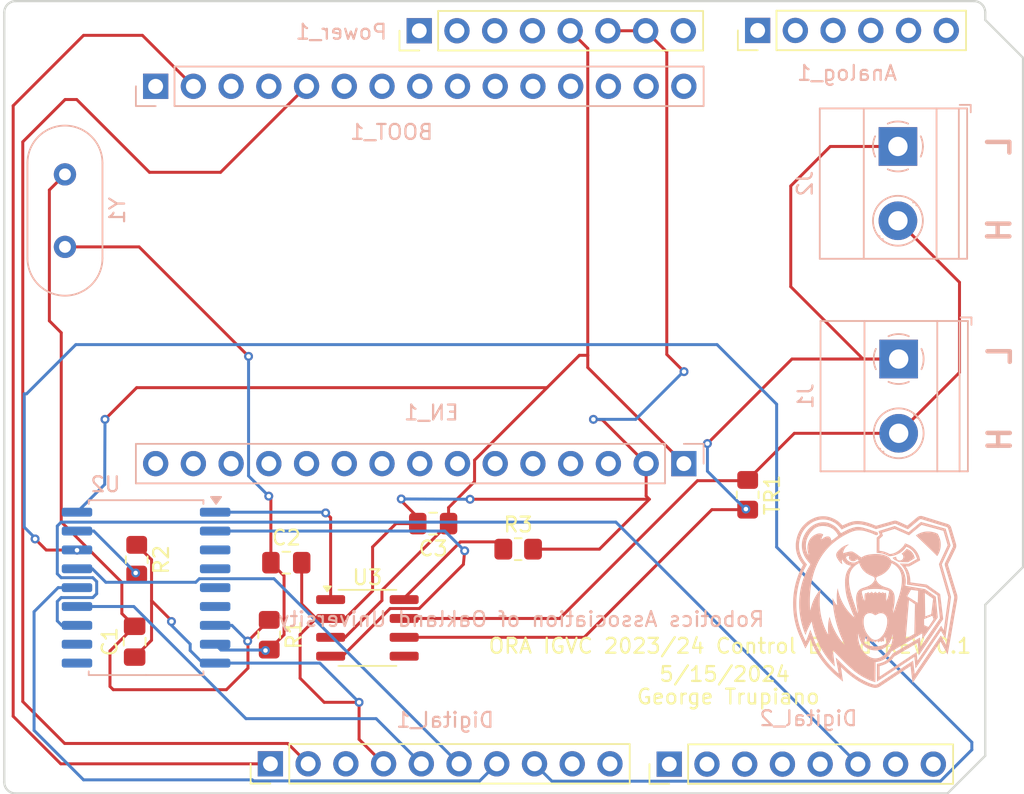
<source format=kicad_pcb>
(kicad_pcb (version 20240108) (generator "pcbnew") (generator_version "8.0")
  (layers (0 "F.Cu" signal) (31 "B.Cu" signal) (34 "B.Paste" user) (35 "F.Paste" user) (36 "B.SilkS" user "B.Silkscreen") (37 "F.SilkS" user "F.Silkscreen") (38 "B.Mask" user) (39 "F.Mask" user) (44 "Edge.Cuts" user))
  (net 0 "")
  (net 8 "Net-(U2-OSC2)")
  (net 9 "Net-(U2-OSC1)")
  (net 10 "+5V")
  (net 11 "SO")
  (net 12 "SDA")
  (net 13 "SCL")
  (net 16 "GND")
  (net 19 "SI")
  (net 29 "SCK")
  (net 30 "CS")
  (net 57 "INT")
  (net 58 "CAN_H")
  (net 59 "CAN_L")
  (net 60 "Net-(U2-~{RESET})")
  (net 61 "Net-(U3-Rs)")
  (net 64 "Net-(U2-RXCAN)")
  (net 68 "Net-(U2-TXCAN)")
  (footprint "Resistor_SMD:R_0805_2012Metric_Pad1.20x1.40mm_HandSolder" (layer "F.Cu") (at 41.615 65.98 -90)
    (property "Reference" "R1" (at 0 -1.65 90) (layer "F.SilkS"))
    (property "Value" "1M")
    (pad "1" smd roundrect (at -1 0 270) (size 1.2 1.4) (layers "F.Cu" "F.Paste" "F.Mask") (roundrect_rratio 0.208333) (net 8 "Net-(U2-OSC2)"))
    (pad "2" smd roundrect (at 1 0 270) (size 1.2 1.4) (layers "F.Cu" "F.Paste" "F.Mask") (roundrect_rratio 0.208333) (net 9 "Net-(U2-OSC1)"))
  )
  (footprint "Resistor_SMD:R_0805_2012Metric_Pad1.20x1.40mm_HandSolder" (layer "F.Cu") (at 73.825 56.56 -90)
    (property "Reference" "TR1" (at 0 -1.65 90) (layer "F.SilkS"))
    (property "Value" "120")
    (pad "1" smd roundrect (at -1 0 270) (size 1.2 1.4) (layers "F.Cu" "F.Paste" "F.Mask") (roundrect_rratio 0.208333) (net 58 "CAN_H"))
    (pad "2" smd roundrect (at 1 0 270) (size 1.2 1.4) (layers "F.Cu" "F.Paste" "F.Mask") (roundrect_rratio 0.208333) (net 59 "CAN_L"))
  )
  (footprint "Capacitor_SMD:C_0805_2012Metric_Pad1.18x1.45mm_HandSolder" (layer "F.Cu") (at 42.765 61.13)
    (property "Reference" "C2" (at 0 -1.68 0) (layer "F.SilkS"))
    (property "Value" "22uF")
    (pad "1" smd roundrect (at -1.0375 0) (size 1.175 1.45) (layers "F.Cu" "F.Paste" "F.Mask") (roundrect_rratio 0.212766) (net 9 "Net-(U2-OSC1)"))
    (pad "2" smd roundrect (at 1.0375 0) (size 1.175 1.45) (layers "F.Cu" "F.Paste" "F.Mask") (roundrect_rratio 0.212766) (net 16 "GND"))
  )
  (footprint "Connector_PinHeader_2.54mm:PinHeader_1x10_P2.54mm_Vertical" (layer "F.Cu") (at 41.695 74.67 90)
    (property "Reference" "Digital_1" (at 2.95 11.76 0) (layer "B.SilkS") (effects (justify mirror)))
    (property "Value" "Conn_01x10" (hide yes))
    (pad "1" thru_hole rect (at 0 0 90) (size 1.7 1.7) (drill 1) (layers "*.Cu" "*.Mask") (net 13 "SCL"))
    (pad "2" thru_hole oval (at 0 2.54 90) (size 1.7 1.7) (drill 1) (layers "*.Cu" "*.Mask") (net 12 "SDA"))
    (pad "3" thru_hole oval (at 0 5.08 90) (size 1.7 1.7) (drill 1) (layers "*.Cu" "*.Mask"))
    (pad "4" thru_hole oval (at 0 7.62 90) (size 1.7 1.7) (drill 1) (layers "*.Cu" "*.Mask") (net 16 "GND"))
    (pad "5" thru_hole oval (at 0 10.16 90) (size 1.7 1.7) (drill 1) (layers "*.Cu" "*.Mask") (net 29 "SCK"))
    (pad "6" thru_hole oval (at 0 12.7 90) (size 1.7 1.7) (drill 1) (layers "*.Cu" "*.Mask") (net 11 "SO"))
    (pad "7" thru_hole oval (at 0 15.24 90) (size 1.7 1.7) (drill 1) (layers "*.Cu" "*.Mask") (net 19 "SI"))
    (pad "8" thru_hole oval (at 0 17.78 90) (size 1.7 1.7) (drill 1) (layers "*.Cu" "*.Mask") (net 30 "CS"))
    (pad "9" thru_hole oval (at 0 20.32 90) (size 1.7 1.7) (drill 1) (layers "*.Cu" "*.Mask"))
    (pad "10" thru_hole oval (at 0 22.86 90) (size 1.7 1.7) (drill 1) (layers "*.Cu" "*.Mask"))
  )
  (footprint "Capacitor_SMD:C_0805_2012Metric_Pad1.18x1.45mm_HandSolder" (layer "F.Cu") (at 32.555 66.45 90)
    (property "Reference" "C1" (at 0 -1.68 -90) (layer "F.SilkS"))
    (property "Value" "22uF")
    (pad "1" smd roundrect (at -1.0375 0 90) (size 1.175 1.45) (layers "F.Cu" "F.Paste" "F.Mask") (roundrect_rratio 0.212766) (net 16 "GND"))
    (pad "2" smd roundrect (at 1.0375 0 90) (size 1.175 1.45) (layers "F.Cu" "F.Paste" "F.Mask") (roundrect_rratio 0.212766) (net 8 "Net-(U2-OSC2)"))
  )
  (footprint "Connector_PinHeader_2.54mm:PinHeader_1x08_P2.54mm_Vertical" (layer "F.Cu") (at 51.715 25.32 90)
    (property "Reference" "Power_1" (at -0.08 -5.245 180) (layer "B.SilkS") (effects (justify mirror)))
    (property "Value" "Conn_01x08" (hide yes))
    (pad "1" thru_hole rect (at 0 0 90) (size 1.7 1.7) (drill 1) (layers "*.Cu" "*.Mask"))
    (pad "2" thru_hole oval (at 0 2.54 90) (size 1.7 1.7) (drill 1) (layers "*.Cu" "*.Mask"))
    (pad "3" thru_hole oval (at 0 5.08 90) (size 1.7 1.7) (drill 1) (layers "*.Cu" "*.Mask"))
    (pad "4" thru_hole oval (at 0 7.62 90) (size 1.7 1.7) (drill 1) (layers "*.Cu" "*.Mask"))
    (pad "5" thru_hole oval (at 0 10.16 90) (size 1.7 1.7) (drill 1) (layers "*.Cu" "*.Mask") (net 10 "+5V"))
    (pad "6" thru_hole oval (at 0 12.7 90) (size 1.7 1.7) (drill 1) (layers "*.Cu" "*.Mask") (net 16 "GND"))
    (pad "7" thru_hole oval (at 0 15.24 90) (size 1.7 1.7) (drill 1) (layers "*.Cu" "*.Mask") (net 16 "GND"))
    (pad "8" thru_hole oval (at 0 17.78 90) (size 1.7 1.7) (drill 1) (layers "*.Cu" "*.Mask"))
  )
  (footprint "Resistor_SMD:R_0805_2012Metric_Pad1.20x1.40mm_HandSolder" (layer "F.Cu") (at 58.375 60.22)
    (property "Reference" "R3" (at 0 -1.65 0) (layer "F.SilkS"))
    (property "Value" "10k")
    (pad "1" smd roundrect (at -1 0) (size 1.2 1.4) (layers "F.Cu" "F.Paste" "F.Mask") (roundrect_rratio 0.208333) (net 61 "Net-(U3-Rs)"))
    (pad "2" smd roundrect (at 1 0) (size 1.2 1.4) (layers "F.Cu" "F.Paste" "F.Mask") (roundrect_rratio 0.208333) (net 16 "GND"))
  )
  (footprint "Connector_PinHeader_2.54mm:PinHeader_1x06_P2.54mm_Vertical" (layer "F.Cu") (at 74.495 25.3 90)
    (property "Reference" "Analog_1" (at -2.87 6.02 0) (layer "B.SilkS") (effects (justify mirror)))
    (property "Value" "Conn_01x06" (hide yes))
    (pad "1" thru_hole rect (at 0 0 90) (size 1.7 1.7) (drill 1) (layers "*.Cu" "*.Mask"))
    (pad "2" thru_hole oval (at 0 2.54 90) (size 1.7 1.7) (drill 1) (layers "*.Cu" "*.Mask"))
    (pad "3" thru_hole oval (at 0 5.08 90) (size 1.7 1.7) (drill 1) (layers "*.Cu" "*.Mask"))
    (pad "4" thru_hole oval (at 0 7.62 90) (size 1.7 1.7) (drill 1) (layers "*.Cu" "*.Mask"))
    (pad "5" thru_hole oval (at 0 10.16 90) (size 1.7 1.7) (drill 1) (layers "*.Cu" "*.Mask"))
    (pad "6" thru_hole oval (at 0 12.7 90) (size 1.7 1.7) (drill 1) (layers "*.Cu" "*.Mask"))
  )
  (footprint "Capacitor_SMD:C_0805_2012Metric_Pad1.18x1.45mm_HandSolder" (layer "F.Cu") (at 52.6525 58.5 180)
    (property "Reference" "C3" (at 0 -1.68 180) (layer "F.SilkS"))
    (property "Value" "100nF")
    (pad "1" smd roundrect (at -1.0375 0 180) (size 1.175 1.45) (layers "F.Cu" "F.Paste" "F.Mask") (roundrect_rratio 0.212766) (net 10 "+5V"))
    (pad "2" smd roundrect (at 1.0375 0 180) (size 1.175 1.45) (layers "F.Cu" "F.Paste" "F.Mask") (roundrect_rratio 0.212766) (net 16 "GND"))
  )
  (footprint "Connector_PinHeader_2.54mm:PinHeader_1x08_P2.54mm_Vertical" (layer "F.Cu") (at 68.545 74.69 90)
    (property "Reference" "Digital_2" (at 3.08 9.37 0) (layer "B.SilkS") (effects (justify mirror)))
    (property "Value" "Conn_01x08" (hide yes))
    (pad "1" thru_hole rect (at 0 0 90) (size 1.7 1.7) (drill 1) (layers "*.Cu" "*.Mask"))
    (pad "2" thru_hole oval (at 0 2.54 90) (size 1.7 1.7) (drill 1) (layers "*.Cu" "*.Mask"))
    (pad "3" thru_hole oval (at 0 5.08 90) (size 1.7 1.7) (drill 1) (layers "*.Cu" "*.Mask"))
    (pad "4" thru_hole oval (at 0 7.62 90) (size 1.7 1.7) (drill 1) (layers "*.Cu" "*.Mask"))
    (pad "5" thru_hole oval (at 0 10.16 90) (size 1.7 1.7) (drill 1) (layers "*.Cu" "*.Mask"))
    (pad "6" thru_hole oval (at 0 12.7 90) (size 1.7 1.7) (drill 1) (layers "*.Cu" "*.Mask") (net 57 "INT"))
    (pad "7" thru_hole oval (at 0 15.24 90) (size 1.7 1.7) (drill 1) (layers "*.Cu" "*.Mask"))
    (pad "8" thru_hole oval (at 0 17.78 90) (size 1.7 1.7) (drill 1) (layers "*.Cu" "*.Mask"))
  )
  (footprint "Package_SO:SOIC-8_3.9x4.9mm_P1.27mm" (layer "F.Cu") (at 48.225 65.52)
    (property "Reference" "U3" (at 0 -3.4 0) (layer "F.SilkS"))
    (property "Value" "MCP2551-I-SN")
    (pad "1" smd roundrect (at -2.475 -1.905) (size 1.95 0.6) (layers "F.Cu" "F.Paste" "F.Mask") (net 68 "Net-(U2-TXCAN)"))
    (pad "2" smd roundrect (at -2.475 -0.635) (size 1.95 0.6) (layers "F.Cu" "F.Paste" "F.Mask") (net 16 "GND"))
    (pad "3" smd roundrect (at -2.475 0.635) (size 1.95 0.6) (layers "F.Cu" "F.Paste" "F.Mask") (net 10 "+5V"))
    (pad "4" smd roundrect (at -2.475 1.905) (size 1.95 0.6) (layers "F.Cu" "F.Paste" "F.Mask") (net 64 "Net-(U2-RXCAN)"))
    (pad "5" smd roundrect (at 2.475 1.905) (size 1.95 0.6) (layers "F.Cu" "F.Paste" "F.Mask"))
    (pad "6" smd roundrect (at 2.475 0.635) (size 1.95 0.6) (layers "F.Cu" "F.Paste" "F.Mask") (net 59 "CAN_L"))
    (pad "7" smd roundrect (at 2.475 -0.635) (size 1.95 0.6) (layers "F.Cu" "F.Paste" "F.Mask") (net 58 "CAN_H"))
    (pad "8" smd roundrect (at 2.475 -1.905) (size 1.95 0.6) (layers "F.Cu" "F.Paste" "F.Mask") (net 61 "Net-(U3-Rs)"))
  )
  (footprint "Resistor_SMD:R_0805_2012Metric_Pad1.20x1.40mm_HandSolder" (layer "F.Cu") (at 32.695 60.93 -90)
    (property "Reference" "R2" (at 0 -1.65 90) (layer "F.SilkS"))
    (property "Value" "10k")
    (pad "1" smd roundrect (at -1 0 270) (size 1.2 1.4) (layers "F.Cu" "F.Paste" "F.Mask") (roundrect_rratio 0.208333) (net 16 "GND"))
    (pad "2" smd roundrect (at 1 0 270) (size 1.2 1.4) (layers "F.Cu" "F.Paste" "F.Mask") (roundrect_rratio 0.208333) (net 60 "Net-(U2-~{RESET})"))
  )
  (footprint "Package_SO:SOIC-18W_7.5x11.6mm_P1.27mm" (layer "B.Cu") (at 33.325 62.81 180)
    (property "Reference" "U2" (at 2.735 6.95 180) (layer "B.SilkS") (effects (justify mirror)))
    (property "Value" "MCP2515-xSO")
    (pad "1" smd roundrect (at -4.65 5.08 180) (size 2.05 0.6) (layers "B.Cu" "B.Paste" "B.Mask") (net 68 "Net-(U2-TXCAN)"))
    (pad "2" smd roundrect (at -4.65 3.81 180) (size 2.05 0.6) (layers "B.Cu" "B.Paste" "B.Mask") (net 64 "Net-(U2-RXCAN)"))
    (pad "3" smd roundrect (at -4.65 2.54 180) (size 2.05 0.6) (layers "B.Cu" "B.Paste" "B.Mask"))
    (pad "4" smd roundrect (at -4.65 1.27 180) (size 2.05 0.6) (layers "B.Cu" "B.Paste" "B.Mask"))
    (pad "5" smd roundrect (at -4.65 0 180) (size 2.05 0.6) (layers "B.Cu" "B.Paste" "B.Mask"))
    (pad "6" smd roundrect (at -4.65 -1.27 180) (size 2.05 0.6) (layers "B.Cu" "B.Paste" "B.Mask"))
    (pad "7" smd roundrect (at -4.65 -2.54 180) (size 2.05 0.6) (layers "B.Cu" "B.Paste" "B.Mask") (net 8 "Net-(U2-OSC2)"))
    (pad "8" smd roundrect (at -4.65 -3.81 180) (size 2.05 0.6) (layers "B.Cu" "B.Paste" "B.Mask") (net 9 "Net-(U2-OSC1)"))
    (pad "9" smd roundrect (at -4.65 -5.08 180) (size 2.05 0.6) (layers "B.Cu" "B.Paste" "B.Mask") (net 16 "GND"))
    (pad "10" smd roundrect (at 4.65 -5.08 180) (size 2.05 0.6) (layers "B.Cu" "B.Paste" "B.Mask"))
    (pad "11" smd roundrect (at 4.65 -3.81 180) (size 2.05 0.6) (layers "B.Cu" "B.Paste" "B.Mask"))
    (pad "12" smd roundrect (at 4.65 -2.54 180) (size 2.05 0.6) (layers "B.Cu" "B.Paste" "B.Mask") (net 57 "INT"))
    (pad "13" smd roundrect (at 4.65 -1.27 180) (size 2.05 0.6) (layers "B.Cu" "B.Paste" "B.Mask") (net 29 "SCK"))
    (pad "14" smd roundrect (at 4.65 0 180) (size 2.05 0.6) (layers "B.Cu" "B.Paste" "B.Mask") (net 19 "SI"))
    (pad "15" smd roundrect (at 4.65 1.27 180) (size 2.05 0.6) (layers "B.Cu" "B.Paste" "B.Mask") (net 11 "SO"))
    (pad "16" smd roundrect (at 4.65 2.54 180) (size 2.05 0.6) (layers "B.Cu" "B.Paste" "B.Mask") (net 30 "CS"))
    (pad "17" smd roundrect (at 4.65 3.81 180) (size 2.05 0.6) (layers "B.Cu" "B.Paste" "B.Mask") (net 60 "Net-(U2-~{RESET})"))
    (pad "18" smd roundrect (at 4.65 5.08 180) (size 2.05 0.6) (layers "B.Cu" "B.Paste" "B.Mask") (net 10 "+5V"))
  )
  (footprint "AdditionalParts:ORA_Logo_V2" (layer "B.Cu") (at 82.426806 63.828892 180)
    (property "Reference" "G***" (hide yes))
    (property "Value" "LOGO" (hide yes))
  )
  (footprint "Connector_PinSocket_2.54mm:PinSocket_1x15_P2.54mm_Vertical" (layer "B.Cu") (at 69.53 54.46 90)
    (property "Reference" "EN_1" (at 3.43 -17 0) (layer "B.SilkS") (effects (justify mirror)))
    (property "Value" "Conn_01x15" (hide yes))
    (pad "1" thru_hole rect (at 0 0 90) (size 1.7 1.7) (drill 1) (layers "*.Cu" "*.Mask") (net 10 "+5V"))
    (pad "2" thru_hole oval (at 0 -2.54 90) (size 1.7 1.7) (drill 1) (layers "*.Cu" "*.Mask") (net 16 "GND"))
    (pad "3" thru_hole oval (at 0 -5.08 90) (size 1.7 1.7) (drill 1) (layers "*.Cu" "*.Mask"))
    (pad "4" thru_hole oval (at 0 -7.62 90) (size 1.7 1.7) (drill 1) (layers "*.Cu" "*.Mask"))
    (pad "5" thru_hole oval (at 0 -10.16 90) (size 1.7 1.7) (drill 1) (layers "*.Cu" "*.Mask"))
    (pad "6" thru_hole oval (at 0 -12.7 90) (size 1.7 1.7) (drill 1) (layers "*.Cu" "*.Mask"))
    (pad "7" thru_hole oval (at 0 -15.24 90) (size 1.7 1.7) (drill 1) (layers "*.Cu" "*.Mask"))
    (pad "8" thru_hole oval (at 0 -17.78 90) (size 1.7 1.7) (drill 1) (layers "*.Cu" "*.Mask"))
    (pad "9" thru_hole oval (at 0 -20.32 90) (size 1.7 1.7) (drill 1) (layers "*.Cu" "*.Mask"))
    (pad "10" thru_hole oval (at 0 -22.86 90) (size 1.7 1.7) (drill 1) (layers "*.Cu" "*.Mask"))
    (pad "11" thru_hole oval (at 0 -25.4 90) (size 1.7 1.7) (drill 1) (layers "*.Cu" "*.Mask"))
    (pad "12" thru_hole oval (at 0 -27.94 90) (size 1.7 1.7) (drill 1) (layers "*.Cu" "*.Mask"))
    (pad "13" thru_hole oval (at 0 -30.48 90) (size 1.7 1.7) (drill 1) (layers "*.Cu" "*.Mask"))
    (pad "14" thru_hole oval (at 0 -33.02 90) (size 1.7 1.7) (drill 1) (layers "*.Cu" "*.Mask"))
    (pad "15" thru_hole oval (at 0 -35.56 90) (size 1.7 1.7) (drill 1) (layers "*.Cu" "*.Mask"))
  )
  (footprint "TerminalBlock_Phoenix:TerminalBlock_Phoenix_MKDS-1,5-2_1x02_P5.00mm_Horizontal" (layer "B.Cu") (at 83.99 47.42 -90)
    (property "Reference" "J1" (at 2.5 6.26 90) (layer "B.SilkS") (effects (justify mirror)))
    (property "Value" "CAN")
    (pad "1" thru_hole rect (at 0 0 270) (size 2.6 2.6) (drill 1.3) (layers "*.Cu" "*.Mask") (net 59 "CAN_L"))
    (pad "2" thru_hole circle (at 5 0 270) (size 2.6 2.6) (drill 1.3) (layers "*.Cu" "*.Mask") (net 58 "CAN_H"))
  )
  (footprint "TerminalBlock_Phoenix:TerminalBlock_Phoenix_MKDS-1,5-2_1x02_P5.00mm_Horizontal" (layer "B.Cu") (at 83.94 33.11 -90)
    (property "Reference" "J2" (at 2.5 6.26 90) (layer "B.SilkS") (effects (justify mirror)))
    (property "Value" "CAN")
    (pad "1" thru_hole rect (at 0 0 270) (size 2.6 2.6) (drill 1.3) (layers "*.Cu" "*.Mask") (net 59 "CAN_L"))
    (pad "2" thru_hole circle (at 5 0 270) (size 2.6 2.6) (drill 1.3) (layers "*.Cu" "*.Mask") (net 58 "CAN_H"))
  )
  (footprint "Connector_PinSocket_2.54mm:PinSocket_1x15_P2.54mm_Vertical" (layer "B.Cu") (at 33.97 29.06 -90)
    (property "Reference" "BOOT_1" (at 3.08 -15.885 180) (layer "B.SilkS") (effects (justify mirror)))
    (property "Value" "Conn_01x15" (hide yes))
    (pad "1" thru_hole rect (at 0 0 270) (size 1.7 1.7) (drill 1) (layers "*.Cu" "*.Mask"))
    (pad "2" thru_hole oval (at 0 -2.54 270) (size 1.7 1.7) (drill 1) (layers "*.Cu" "*.Mask") (net 13 "SCL"))
    (pad "3" thru_hole oval (at 0 -5.08 270) (size 1.7 1.7) (drill 1) (layers "*.Cu" "*.Mask"))
    (pad "4" thru_hole oval (at 0 -7.62 270) (size 1.7 1.7) (drill 1) (layers "*.Cu" "*.Mask"))
    (pad "5" thru_hole oval (at 0 -10.16 270) (size 1.7 1.7) (drill 1) (layers "*.Cu" "*.Mask") (net 12 "SDA"))
    (pad "6" thru_hole oval (at 0 -12.7 270) (size 1.7 1.7) (drill 1) (layers "*.Cu" "*.Mask"))
    (pad "7" thru_hole oval (at 0 -15.24 270) (size 1.7 1.7) (drill 1) (layers "*.Cu" "*.Mask"))
    (pad "8" thru_hole oval (at 0 -17.78 270) (size 1.7 1.7) (drill 1) (layers "*.Cu" "*.Mask"))
    (pad "9" thru_hole oval (at 0 -20.32 270) (size 1.7 1.7) (drill 1) (layers "*.Cu" "*.Mask"))
    (pad "10" thru_hole oval (at 0 -22.86 270) (size 1.7 1.7) (drill 1) (layers "*.Cu" "*.Mask"))
    (pad "11" thru_hole oval (at 0 -25.4 270) (size 1.7 1.7) (drill 1) (layers "*.Cu" "*.Mask"))
    (pad "12" thru_hole oval (at 0 -27.94 270) (size 1.7 1.7) (drill 1) (layers "*.Cu" "*.Mask"))
    (pad "13" thru_hole oval (at 0 -30.48 270) (size 1.7 1.7) (drill 1) (layers "*.Cu" "*.Mask"))
    (pad "14" thru_hole oval (at 0 -33.02 270) (size 1.7 1.7) (drill 1) (layers "*.Cu" "*.Mask"))
    (pad "15" thru_hole oval (at 0 -35.56 270) (size 1.7 1.7) (drill 1) (layers "*.Cu" "*.Mask"))
  )
  (footprint "Crystal:Crystal_HC49-4H_Vertical" (layer "B.Cu") (at 27.865 39.87 90)
    (property "Reference" "Y1" (at 2.44 3.525 -90) (layer "B.SilkS") (effects (justify mirror)))
    (property "Value" "8Mhz")
    (pad "1" thru_hole circle (at 0 0 90) (size 1.5 1.5) (drill 0.8) (layers "*.Cu" "*.Mask") (net 9 "Net-(U2-OSC1)"))
    (pad "2" thru_hole circle (at 4.88 0 90) (size 1.5 1.5) (drill 0.8) (layers "*.Cu" "*.Mask") (net 8 "Net-(U2-OSC2)"))
  )
  (gr_line (start 23.779 24.087) (end 23.779 75.903) (stroke (width 0.15)) (layer "Edge.Cuts"))
  (gr_line (start 89.819 24.595) (end 89.819 24.087) (stroke (width 0.15)) (layer "Edge.Cuts"))
  (gr_arc (start 23.779 24.087) (mid 24.002185 23.548185) (end 24.541 23.325) (stroke (width 0.15)) (layer "Edge.Cuts"))
  (gr_line (start 24.541 76.665) (end 87.279 76.665) (stroke (width 0.15)) (layer "Edge.Cuts"))
  (gr_line (start 89.819 63.965) (end 92.359 61.425) (stroke (width 0.15)) (layer "Edge.Cuts"))
  (gr_line (start 92.359 27.135) (end 89.819 24.595) (stroke (width 0.15)) (layer "Edge.Cuts"))
  (gr_line (start 87.279 76.665) (end 89.819 74.125) (stroke (width 0.15)) (layer "Edge.Cuts"))
  (gr_line (start 89.819 74.125) (end 89.819 63.965) (stroke (width 0.15)) (layer "Edge.Cuts"))
  (gr_line (start 92.359 61.425) (end 92.359 27.135) (stroke (width 0.15)) (layer "Edge.Cuts"))
  (gr_arc (start 89.057 23.325) (mid 89.595815 23.548185) (end 89.819 24.087) (stroke (width 0.15)) (layer "Edge.Cuts"))
  (gr_line (start 89.057 23.325) (end 24.541 23.325) (stroke (width 0.15)) (layer "Edge.Cuts"))
  (gr_arc (start 24.541 76.665) (mid 24.002185 76.441815) (end 23.779 75.903) (stroke (width 0.15)) (layer "Edge.Cuts"))
  (gr_text "Robotics Association of Oakland University" (at 75.035 65.52 -0) (layer "B.SilkS") (effects (font (size 1 1)) (justify left bottom mirror)))
  (gr_text "H\n" (at 91.64 37.75 90) (layer "B.SilkS") (effects (font (size 1.5 1.5) (thickness 0.3) (bold yes)) (justify left bottom mirror)))
  (gr_text "L\n" (at 91.67 46.34 90) (layer "B.SilkS") (effects (font (size 1.5 1.5) (thickness 0.3) (bold yes)) (justify left bottom mirror)))
  (gr_text "H\n" (at 91.67 51.84 90) (layer "B.SilkS") (effects (font (size 1.5 1.5) (thickness 0.3) (bold yes)) (justify left bottom mirror)))
  (gr_text "L\n" (at 91.64 32.25 90) (layer "B.SilkS") (effects (font (size 1.5 1.5) (thickness 0.3) (bold yes)) (justify left bottom mirror)))
  (gr_text "George Trupiano" (at 66.275 70.74 -0) (layer "F.SilkS") (effects (font (size 1 1)) (justify left bottom)))
  (gr_text "ORA IGVC 2023/24 Control Board REV 0.1" (at 56.295 67.32 0) (layer "F.SilkS") (effects (font (size 1 1)) (justify left bottom)))
  (gr_text "5/15/2024\n" (at 67.795 69.22 0) (layer "F.SilkS") (effects (font (size 1 1)) (justify left bottom)))
  (segment (start 26.815 36.04) (end 27.865 34.99) (width 0.2) (layer "F.Cu") (net 8))
  (segment (start 40.185 66.41) (end 40.165 66.41) (width 0.2) (layer "F.Cu") (net 8))
  (segment (start 31.695 62.461471) (end 27.615 58.381471) (width 0.2) (layer "F.Cu") (net 8))
  (segment (start 26.815 44.85) (end 26.815 36.04) (width 0.2) (layer "F.Cu") (net 8))
  (segment (start 32.555 65.4125) (end 31.695 64.5525) (width 0.2) (layer "F.Cu") (net 8))
  (segment (start 31.115 69.68) (end 38.735 69.68) (width 0.2) (layer "F.Cu") (net 8))
  (segment (start 27.615 58.381471) (end 27.615 45.65) (width 0.2) (layer "F.Cu") (net 8))
  (segment (start 40.185 68.23) (end 40.185 66.41) (width 0.2) (layer "F.Cu") (net 8))
  (segment (start 27.615 45.65) (end 26.815 44.85) (width 0.2) (layer "F.Cu") (net 8))
  (segment (start 38.735 69.68) (end 40.185 68.23) (width 0.2) (layer "F.Cu") (net 8))
  (segment (start 40.185 66.41) (end 40.185 66.41) (width 0.2) (layer "F.Cu") (net 8))
  (segment (start 30.895 67.0725) (end 30.895 69.46) (width 0.2) (layer "F.Cu") (net 8))
  (segment (start 32.555 65.4125) (end 30.895 67.0725) (width 0.2) (layer "F.Cu") (net 8))
  (segment (start 30.895 69.46) (end 31.115 69.68) (width 0.2) (layer "F.Cu") (net 8))
  (segment (start 40.165 66.41) (end 40.165 66.43) (width 0.2) (layer "F.Cu") (net 8))
  (segment (start 31.695 64.5525) (end 31.695 62.461471) (width 0.2) (layer "F.Cu") (net 8))
  (segment (start 40.165 66.43) (end 41.615 64.98) (width 0.2) (layer "F.Cu") (net 8))
  (via (at 40.165 66.41) (size 0.6) (drill 0.3) (layers "F.Cu" "B.Cu") (net 8))
  (segment (start 37.975 65.35) (end 39.105 65.35) (width 0.2) (layer "B.Cu") (net 8))
  (segment (start 39.105 65.35) (end 40.165 66.41) (width 0.2) (layer "B.Cu") (net 8))
  (segment (start 41.685 56.65) (end 41.585 56.65) (width 0.2) (layer "F.Cu") (net 9))
  (segment (start 42.615 65.98) (end 41.615 66.98) (width 0.2) (layer "F.Cu") (net 9))
  (segment (start 32.855 39.87) (end 27.865 39.87) (width 0.2) (layer "F.Cu") (net 9))
  (segment (start 40.225 47.24) (end 32.855 39.87) (width 0.2) (layer "F.Cu") (net 9))
  (segment (start 42.615 62.0175) (end 42.615 65.98) (width 0.2) (layer "F.Cu") (net 9))
  (segment (start 41.7275 56.6925) (end 41.685 56.65) (width 0.2) (layer "F.Cu") (net 9))
  (segment (start 41.7275 61.13) (end 42.615 62.0175) (width 0.2) (layer "F.Cu") (net 9))
  (segment (start 41.585 56.65) (end 41.585 56.55) (width 0.2) (layer "F.Cu") (net 9))
  (segment (start 41.585 56.55) (end 41.685 56.65) (width 0.2) (layer "F.Cu") (net 9))
  (segment (start 41.7275 61.13) (end 41.7275 56.6925) (width 0.2) (layer "F.Cu") (net 9))
  (via (at 40.225 47.24) (size 0.6) (drill 0.3) (layers "F.Cu" "B.Cu") (net 9))
  (via (at 41.365 67.04) (size 0.6) (drill 0.3) (layers "F.Cu" "B.Cu") (net 9))
  (via (at 41.585 56.65) (size 0.6) (drill 0.3) (layers "F.Cu" "B.Cu") (net 9))
  (segment (start 40.225 47.24) (end 40.245 47.24) (width 0.2) (layer "B.Cu") (net 9))
  (segment (start 40.245 47.24) (end 40.185 47.3) (width 0.2) (layer "B.Cu") (net 9))
  (segment (start 41.315 67.04) (end 41.365 67.04) (width 0.2) (layer "B.Cu") (net 9))
  (segment (start 41.365 67.04) (end 41.365 67.09) (width 0.2) (layer "B.Cu") (net 9))
  (segment (start 40.225 55.29) (end 41.585 56.65) (width 0.2) (layer "B.Cu") (net 9))
  (segment (start 40.225 47.24) (end 40.225 55.29) (width 0.2) (layer "B.Cu") (net 9))
  (segment (start 41.365 67.09) (end 41.305 67.03) (width 0.2) (layer "B.Cu") (net 9))
  (segment (start 38.365 67.01) (end 41.285 67.01) (width 0.2) (layer "B.Cu") (net 9))
  (segment (start 41.285 67.01) (end 41.315 67.04) (width 0.2) (layer "B.Cu") (net 9))
  (segment (start 37.975 66.62) (end 38.365 67.01) (width 0.2) (layer "B.Cu") (net 9))
  (segment (start 49.205 63.674999) (end 49.205 62.985) (width 0.2) (layer "F.Cu") (net 10))
  (segment (start 32.693173 49.346827) (end 60.316827 49.346827) (width 0.2) (layer "F.Cu") (net 10))
  (segment (start 63.06 47.17) (end 62.493654 47.17) (width 0.2) (layer "F.Cu") (net 10))
  (segment (start 63.06 47.17) (end 63.06 47.99) (width 0.2) (layer "F.Cu") (net 10))
  (segment (start 45.75 66.155) (end 46.724999 66.155) (width 0.2) (layer "F.Cu") (net 10))
  (segment (start 61.875 25.32) (end 63.06 26.505) (width 0.2) (layer "F.Cu") (net 10))
  (segment (start 63.06 26.505) (end 63.06 47.17) (width 0.2) (layer "F.Cu") (net 10))
  (segment (start 62.493654 47.17) (end 60.316827 49.346827) (width 0.2) (layer "F.Cu") (net 10))
  (segment (start 30.56 51.48) (end 32.693173 49.346827) (width 0.2) (layer "F.Cu") (net 10))
  (segment (start 60.316827 49.346827) (end 55.44 54.223654) (width 0.2) (layer "F.Cu") (net 10))
  (segment (start 55.44 55.67) (end 53.69 57.42) (width 0.2) (layer "F.Cu") (net 10))
  (segment (start 63.06 47.99) (end 69.53 54.46) (width 0.2) (layer "F.Cu") (net 10))
  (segment (start 53.69 57.42) (end 53.69 58.5) (width 0.2) (layer "F.Cu") (net 10))
  (segment (start 46.724999 66.155) (end 49.205 63.674999) (width 0.2) (layer "F.Cu") (net 10))
  (segment (start 49.205 62.985) (end 53.69 58.5) (width 0.2) (layer "F.Cu") (net 10))
  (segment (start 55.44 54.223654) (end 55.44 55.67) (width 0.2) (layer "F.Cu") (net 10))
  (via (at 30.56 51.48) (size 0.6) (drill 0.3) (layers "F.Cu" "B.Cu") (net 10))
  (segment (start 28.675 57.73) (end 30.54 55.865) (width 0.2) (layer "B.Cu") (net 10))
  (segment (start 30.56 51.48) (end 30.54 51.55) (width 0.2) (layer "B.Cu") (net 10))
  (segment (start 30.54 55.865) (end 30.56 51.48) (width 0.2) (layer "B.Cu") (net 10))
  (segment (start 36.669448 62.45) (end 36.909448 62.21) (width 0.2) (layer "B.Cu") (net 11))
  (segment (start 30.616238 62.45) (end 36.669448 62.45) (width 0.2) (layer "B.Cu") (net 11))
  (segment (start 36.909448 62.21) (end 41.935 62.21) (width 0.2) (layer "B.Cu") (net 11))
  (segment (start 29.706238 61.54) (end 30.616238 62.45) (width 0.2) (layer "B.Cu") (net 11))
  (segment (start 28.675 61.54) (end 29.706238 61.54) (width 0.2) (layer "B.Cu") (net 11))
  (segment (start 41.935 62.21) (end 54.395 74.67) (width 0.2) (layer "B.Cu") (net 11))
  (segment (start 25.025 70.48) (end 25.025 32.8) (width 0.2) (layer "F.Cu") (net 12))
  (segment (start 27.845 73.3) (end 25.025 70.48) (width 0.2) (layer "F.Cu") (net 12))
  (segment (start 25.025 32.8) (end 27.875 29.95) (width 0.2) (layer "F.Cu") (net 12))
  (segment (start 42.865 73.3) (end 27.845 73.3) (width 0.2) (layer "F.Cu") (net 12))
  (segment (start 33.555 34.85) (end 38.34 34.85) (width 0.2) (layer "F.Cu") (net 12))
  (segment (start 44.235 74.67) (end 42.865 73.3) (width 0.2) (layer "F.Cu") (net 12))
  (segment (start 28.655 29.95) (end 33.555 34.85) (width 0.2) (layer "F.Cu") (net 12))
  (segment (start 38.34 34.85) (end 44.13 29.06) (width 0.2) (layer "F.Cu") (net 12))
  (segment (start 27.875 29.95) (end 28.655 29.95) (width 0.2) (layer "F.Cu") (net 12))
  (segment (start 27.579 74.67) (end 24.379 71.47) (width 0.2) (layer "F.Cu") (net 13))
  (segment (start 24.379 71.47) (end 24.379 30.366) (width 0.2) (layer "F.Cu") (net 13))
  (segment (start 24.379 30.366) (end 29.115 25.63) (width 0.2) (layer "F.Cu") (net 13))
  (segment (start 29.115 25.63) (end 33.08 25.63) (width 0.2) (layer "F.Cu") (net 13))
  (segment (start 33.08 25.63) (end 36.51 29.06) (width 0.2) (layer "F.Cu") (net 13))
  (segment (start 41.695 74.67) (end 27.579 74.67) (width 0.2) (layer "F.Cu") (net 13))
  (segment (start 48.575 60.07) (end 50.145 58.5) (width 0.2) (layer "F.Cu") (net 16))
  (segment (start 48.575 63.034999) (end 48.575 60.07) (width 0.2) (layer "F.Cu") (net 16))
  (segment (start 47.665 73.02) (end 49.315 74.67) (width 0.2) (layer "F.Cu") (net 16))
  (segment (start 64.415 25.32) (end 66.955 25.32) (width 0.2) (layer "F.Cu") (net 16))
  (segment (start 33.695 63.7) (end 33.705 63.7) (width 0.2) (layer "F.Cu") (net 16))
  (segment (start 63.845 60.22) (end 59.375 60.22) (width 0.2) (layer "F.Cu") (net 16))
  (segment (start 67.205 56.86) (end 66.99 56.645) (width 0.2) (layer "F.Cu") (net 16))
  (segment (start 35.035 65.09) (end 35.095 65.09) (width 0.2) (layer "F.Cu") (net 16))
  (segment (start 50.145 58.5) (end 51.615 58.5) (width 0.2) (layer "F.Cu") (net 16))
  (segment (start 35.035 65.03) (end 35.035 65.09) (width 0.2) (layer "F.Cu") (net 16))
  (segment (start 44.775001 64.885) (end 43.695 65.965001) (width 0.2) (layer "F.Cu") (net 16))
  (segment (start 43.8025 63.912499) (end 44.775001 64.885) (width 0.2) (layer "F.Cu") (net 16))
  (segment (start 50.505 56.96) (end 50.505 56.84) (width 0.2) (layer "F.Cu") (net 16))
  (segment (start 50.505 56.84) (end 50.385 56.84) (width 0.2) (layer "F.Cu") (net 16))
  (segment (start 43.695 65.965001) (end 43.695 68.91) (width 0.2) (layer "F.Cu") (net 16))
  (segment (start 64.04 51.51) (end 63.44 51.48) (width 0.2) (layer "F.Cu") (net 16))
  (segment (start 33.695 66.3475) (end 32.555 67.4875) (width 0.2) (layer "F.Cu") (net 16))
  (segment (start 43.695 68.91) (end 45.315 70.53) (width 0.2) (layer "F.Cu") (net 16))
  (segment (start 51.615 58.5) (end 51.615 58.07) (width 0.2) (layer "F.Cu") (net 16))
  (segment (start 33.695 63.7) (end 33.695 66.3475) (width 0.2) (layer "F.Cu") (net 16))
  (segment (start 45.315 70.53) (end 47.665 70.53) (width 0.2) (layer "F.Cu") (net 16))
  (segment (start 51.615 58.07) (end 50.505 56.96) (width 0.2) (layer "F.Cu") (net 16))
  (segment (start 45.75 64.885) (end 46.724999 64.885) (width 0.2) (layer "F.Cu") (net 16))
  (segment (start 50.385 56.84) (end 50.465 56.92) (width 0.2) (layer "F.Cu") (net 16))
  (segment (start 68.38 47.11) (end 68.38 26.745) (width 0.2) (layer "F.Cu") (net 16))
  (segment (start 35.095 65.09) (end 35.035 65.03) (width 0.2) (layer "F.Cu") (net 16))
  (segment (start 67.205 56.86) (end 63.845 60.22) (width 0.2) (layer "F.Cu") (net 16))
  (segment (start 69.54 48.27) (end 68.38 47.11) (width 0.2) (layer "F.Cu") (net 16))
  (segment (start 33.705 63.7) (end 35.035 65.03) (width 0.2) (layer "F.Cu") (net 16))
  (segment (start 55.135 56.86) (end 67.205 56.86) (width 0.2) (layer "F.Cu") (net 16))
  (segment (start 43.8025 61.13) (end 43.8025 63.912499) (width 0.2) (layer "F.Cu") (net 16))
  (segment (start 33.695 60.93) (end 33.695 63.7) (width 0.2) (layer "F.Cu") (net 16))
  (segment (start 66.99 56.645) (end 66.99 54.46) (width 0.2) (layer "F.Cu") (net 16))
  (segment (start 68.38 26.745) (end 66.955 25.32) (width 0.2) (layer "F.Cu") (net 16))
  (segment (start 32.695 59.93) (end 33.695 60.93) (width 0.2) (layer "F.Cu") (net 16))
  (segment (start 46.724999 64.885) (end 48.575 63.034999) (width 0.2) (layer "F.Cu") (net 16))
  (segment (start 44.775001 64.885) (end 45.75 64.885) (width 0.2) (layer "F.Cu") (net 16))
  (segment (start 66.99 54.46) (end 64.04 51.51) (width 0.2) (layer "F.Cu") (net 16))
  (segment (start 47.665 70.53) (end 47.665 73.02) (width 0.2) (layer "F.Cu") (net 16))
  (segment (start 63.44 51.48) (end 63.44 51.51) (width 0.2) (layer "F.Cu") (net 16))
  (via (at 69.54 48.27) (size 0.6) (drill 0.3) (layers "F.Cu" "B.Cu") (net 16))
  (via (at 55.135 56.86) (size 0.6) (drill 0.3) (layers "F.Cu" "B.Cu") (net 16))
  (via (at 50.505 56.84) (size 0.6) (drill 0.3) (layers "F.Cu" "B.Cu") (net 16))
  (via (at 47.665 70.53) (size 0.6) (drill 0.3) (layers "F.Cu" "B.Cu") (net 16))
  (via (at 63.44 51.48) (size 0.6) (drill 0.3) (layers "F.Cu" "B.Cu") (net 16))
  (via (at 35.035 65.09) (size 0.6) (drill 0.3) (layers "F.Cu" "B.Cu") (net 16))
  (segment (start 63.44 51.48) (end 66.29 51.48) (width 0.2) (layer "B.Cu") (net 16))
  (segment (start 66.29 51.48) (end 69.5 48.27) (width 0.2) (layer "B.Cu") (net 16))
  (segment (start 69.54 48.23) (end 69.47 48.3) (width 0.2) (layer "B.Cu") (net 16))
  (segment (start 47.665 70.53) (end 47.685 70.55) (width 0.2) (layer "B.Cu") (net 16))
  (segment (start 45.025 67.89) (end 47.665 70.53) (width 0.2) (layer "B.Cu") (net 16))
  (segment (start 55.135 56.86) (end 55.155 56.84) (width 0.2) (layer "B.Cu") (net 16))
  (segment (start 69.5 48.27) (end 69.54 48.27) (width 0.2) (layer "B.Cu") (net 16))
  (segment (start 35.035 65.345552) (end 36.295 66.605552) (width 0.2) (layer "B.Cu") (net 16))
  (segment (start 37.975 67.89) (end 45.025 67.89) (width 0.2) (layer "B.Cu") (net 16))
  (segment (start 37.145 67.89) (end 37.975 67.89) (width 0.2) (layer "B.Cu") (net 16))
  (segment (start 35.035 65.09) (end 35.035 65.345552) (width 0.2) (layer "B.Cu") (net 16))
  (segment (start 69.54 48.27) (end 69.54 48.23) (width 0.2) (layer "B.Cu") (net 16))
  (segment (start 36.295 66.605552) (end 36.295 67.04) (width 0.2) (layer "B.Cu") (net 16))
  (segment (start 50.505 56.84) (end 55.135 56.86) (width 0.2) (layer "B.Cu") (net 16))
  (segment (start 36.295 67.04) (end 37.145 67.89) (width 0.2) (layer "B.Cu") (net 16))
  (segment (start 55.155 56.84) (end 55.175 56.82) (width 0.2) (layer "B.Cu") (net 16))
  (segment (start 27.405 62.81) (end 25.785 64.43) (width 0.2) (layer "B.Cu") (net 19))
  (segment (start 40.475 75.75) (end 40.545 75.82) (width 0.2) (layer "B.Cu") (net 19))
  (segment (start 55.785 75.82) (end 56.935 74.67) (width 0.2) (layer "B.Cu") (net 19))
  (segment (start 29.115 75.75) (end 40.475 75.75) (width 0.2) (layer "B.Cu") (net 19))
  (segment (start 40.545 75.82) (end 55.785 75.82) (width 0.2) (layer "B.Cu") (net 19))
  (segment (start 25.785 72.42) (end 29.115 75.75) (width 0.2) (layer "B.Cu") (net 19))
  (segment (start 28.675 62.81) (end 27.405 62.81) (width 0.2) (layer "B.Cu") (net 19))
  (segment (start 25.785 64.43) (end 25.785 72.42) (width 0.2) (layer "B.Cu") (net 19))
  (segment (start 40.049448 71.63) (end 48.815 71.63) (width 0.2) (layer "B.Cu") (net 29))
  (segment (start 32.499448 64.08) (end 40.049448 71.63) (width 0.2) (layer "B.Cu") (net 29))
  (segment (start 48.815 71.63) (end 51.855 74.67) (width 0.2) (layer "B.Cu") (net 29))
  (segment (start 28.675 64.08) (end 32.499448 64.08) (width 0.2) (layer "B.Cu") (net 29))
  (segment (start 25.855 59.53) (end 26.605 60.28) (width 0.2) (layer "F.Cu") (net 30))
  (segment (start 28.675 60.29) (end 28.545 60.28) (width 0.2) (layer "F.Cu") (net 30))
  (segment (start 28.525 60.28) (end 28.675 60.29) (width 0.2) (layer "F.Cu") (net 30))
  (segment (start 26.605 60.28) (end 28.525 60.28) (width 0.2) (layer "F.Cu") (net 30))
  (segment (start 28.545 60.28) (end 28.535 60.28) (width 0.2) (layer "F.Cu") (net 30))
  (via (at 28.675 60.29) (size 0.6) (drill 0.3) (layers "F.Cu" "B.Cu") (net 30))
  (via (at 25.855 59.53) (size 0.6) (drill 0.3) (layers "F.Cu" "B.Cu") (net 30))
  (segment (start 25.125 49.76) (end 25.125 58.74) (width 0.2) (layer "B.Cu") (net 30))
  (segment (start 75.775 60.08) (end 75.775 50.46) (width 0.2) (layer "B.Cu") (net 30))
  (segment (start 25.855 59.53) (end 25.835 59.47) (width 0.2) (layer "B.Cu") (net 30))
  (segment (start 88.915 73.726346) (end 88.915 73.22) (width 0.2) (layer "B.Cu") (net 30))
  (segment (start 28.595 46.45) (end 25.285 49.76) (width 0.2) (layer "B.Cu") (net 30))
  (segment (start 25.125 58.74) (end 25.835 59.45) (width 0.2) (layer "B.Cu") (net 30))
  (segment (start 60.645 75.84) (end 86.801346 75.84) (width 0.2) (layer "B.Cu") (net 30))
  (segment (start 25.835 59.45) (end 25.855 59.53) (width 0.2) (layer "B.Cu") (net 30))
  (segment (start 71.765 46.45) (end 28.595 46.45) (width 0.2) (layer "B.Cu") (net 30))
  (segment (start 86.801346 75.84) (end 88.915 73.726346) (width 0.2) (layer "B.Cu") (net 30))
  (segment (start 75.775 50.46) (end 71.765 46.45) (width 0.2) (layer "B.Cu") (net 30))
  (segment (start 25.285 49.76) (end 25.125 49.76) (width 0.2) (layer "B.Cu") (net 30))
  (segment (start 88.915 73.22) (end 75.775 60.08) (width 0.2) (layer "B.Cu") (net 30))
  (segment (start 59.475 74.67) (end 60.645 75.84) (width 0.2) (layer "B.Cu") (net 30))
  (segment (start 27.35 63.739448) (end 27.609448 63.48) (width 0.2) (layer "B.Cu") (net 57))
  (segment (start 30 63.220552) (end 30 62.399448) (width 0.2) (layer "B.Cu") (net 57))
  (segment (start 29.740552 62.14) (end 27.609448 62.14) (width 0.2) (layer "B.Cu") (net 57))
  (segment (start 27.35 61.880552) (end 27.35 58.659448) (width 0.2) (layer "B.Cu") (net 57))
  (segment (start 27.650001 65.35) (end 27.35 65.049999) (width 0.2) (layer "B.Cu") (net 57))
  (segment (start 27.609448 63.48) (end 29.740552 63.48) (width 0.2) (layer "B.Cu") (net 57))
  (segment (start 30 62.399448) (end 29.740552 62.14) (width 0.2) (layer "B.Cu") (net 57))
  (segment (start 27.35 65.049999) (end 27.35 63.739448) (width 0.2) (layer "B.Cu") (net 57))
  (segment (start 27.609448 58.4) (end 64.955 58.4) (width 0.2) (layer "B.Cu") (net 57))
  (segment (start 27.609448 62.14) (end 27.35 61.880552) (width 0.2) (layer "B.Cu") (net 57))
  (segment (start 27.35 58.659448) (end 27.609448 58.4) (width 0.2) (layer "B.Cu") (net 57))
  (segment (start 28.675 65.35) (end 27.650001 65.35) (width 0.2) (layer "B.Cu") (net 57))
  (segment (start 64.955 58.4) (end 81.245 74.69) (width 0.2) (layer "B.Cu") (net 57))
  (segment (start 29.740552 63.48) (end 30 63.220552) (width 0.2) (layer "B.Cu") (net 57))
  (segment (start 83.99 52.42) (end 88.085 48.325) (width 0.2) (layer "F.Cu") (net 58))
  (segment (start 50.7 64.885) (end 61.17 64.885) (width 0.2) (layer "F.Cu") (net 58))
  (segment (start 73.825 55.56) (end 73.775 55.61) (width 0.2) (layer "F.Cu") (net 58))
  (segment (start 70.445 55.61) (end 61.17 64.885) (width 0.2) (layer "F.Cu") (net 58))
  (segment (start 76.965 52.42) (end 73.825 55.56) (width 0.2) (layer "F.Cu") (net 58))
  (segment (start 83.99 52.42) (end 76.965 52.42) (width 0.2) (layer "F.Cu") (net 58))
  (segment (start 73.775 55.61) (end 70.445 55.61) (width 0.2) (layer "F.Cu") (net 58))
  (segment (start 88.085 42.255) (end 83.94 38.11) (width 0.2) (layer "F.Cu") (net 58))
  (segment (start 88.085 48.325) (end 88.085 42.255) (width 0.2) (layer "F.Cu") (net 58))
  (segment (start 76.725 35.77) (end 76.725 42.55) (width 0.2) (layer "F.Cu") (net 59))
  (segment (start 83.94 33.11) (end 79.385 33.11) (width 0.2) (layer "F.Cu") (net 59))
  (segment (start 71.415 57.56) (end 73.825 57.56) (width 0.2) (layer "F.Cu") (net 59))
  (segment (start 76.805 47.42) (end 71.115 53.11) (width 0.2) (layer "F.Cu") (net 59))
  (segment (start 50.7 66.155) (end 62.82 66.155) (width 0.2) (layer "F.Cu") (net 59))
  (segment (start 79.385 33.11) (end 76.725 35.77) (width 0.2) (layer "F.Cu") (net 59))
  (segment (start 83.99 47.42) (end 76.805 47.42) (width 0.2) (layer "F.Cu") (net 59))
  (segment (start 81.595 47.42) (end 83.99 47.42) (width 0.2) (layer "F.Cu") (net 59))
  (segment (start 62.82 66.155) (end 71.415 57.56) (width 0.2) (layer "F.Cu") (net 59))
  (segment (start 76.725 42.55) (end 81.595 47.42) (width 0.2) (layer "F.Cu") (net 59))
  (via (at 73.705 57.52) (size 0.6) (drill 0.3) (layers "F.Cu" "B.Cu") (net 59))
  (via (at 71.115 53.11) (size 0.6) (drill 0.3) (layers "F.Cu" "B.Cu") (net 59))
  (segment (start 71.115 53.11) (end 71.115 54.97) (width 0.2) (layer "B.Cu") (net 59))
  (segment (start 73.665 57.52) (end 73.705 57.52) (width 0.2) (layer "B.Cu") (net 59))
  (segment (start 71.115 54.97) (end 73.665 57.52) (width 0.2) (layer "B.Cu") (net 59))
  (segment (start 73.705 57.56) (end 73.675 57.53) (width 0.2) (layer "B.Cu") (net 59))
  (segment (start 73.705 57.52) (end 73.705 57.56) (width 0.2) (layer "B.Cu") (net 59))
  (via (at 32.625 61.82) (size 0.6) (drill 0.3) (layers "F.Cu" "B.Cu") (net 60))
  (segment (start 29.805 59) (end 32.625 61.82) (width 0.2) (layer "B.Cu") (net 60))
  (segment (start 28.675 59) (end 29.805 59) (width 0.2) (layer "B.Cu") (net 60))
  (segment (start 54.485 59.73) (end 50.7 63.515) (width 0.2) (layer "F.Cu") (net 61))
  (segment (start 56.885 59.73) (end 54.485 59.73) (width 0.2) (layer "F.Cu") (net 61))
  (segment (start 57.375 60.22) (end 56.885 59.73) (width 0.2) (layer "F.Cu") (net 61))
  (segment (start 50.7 63.515) (end 50.7 63.615) (width 0.2) (layer "F.Cu") (net 61))
  (segment (start 54.685 61.245552) (end 54.775 60.33) (width 0.2) (layer "F.Cu") (net 64))
  (segment (start 45.75 67.425) (end 46.544448 67.425) (width 0.2) (layer "F.Cu") (net 64))
  (segment (start 51.715552 64.215) (end 54.685 61.245552) (width 0.2) (layer "F.Cu") (net 64))
  (segment (start 46.544448 67.425) (end 49.754448 64.215) (width 0.2) (layer "F.Cu") (net 64))
  (segment (start 54.775 60.33) (end 54.685 60.3) (width 0.2) (layer "F.Cu") (net 64))
  (segment (start 49.754448 64.215) (end 51.715552 64.215) (width 0.2) (layer "F.Cu") (net 64))
  (via (at 54.775 60.33) (size 0.6) (drill 0.3) (layers "F.Cu" "B.Cu") (net 64))
  (segment (start 54.765 60.33) (end 53.435 59) (width 0.2) (layer "B.Cu") (net 64))
  (segment (start 53.435 59) (end 37.975 59) (width 0.2) (layer "B.Cu") (net 64))
  (segment (start 54.775 60.33) (end 54.765 60.33) (width 0.2) (layer "B.Cu") (net 64))
  (segment (start 45.75 63.615) (end 45.75 58.095) (width 0.2) (layer "F.Cu") (net 68))
  (segment (start 45.415 57.78) (end 45.415 57.76) (width 0.2) (layer "F.Cu") (net 68))
  (segment (start 45.435 57.78) (end 45.415 57.78) (width 0.2) (layer "F.Cu") (net 68))
  (segment (start 45.415 57.76) (end 45.495 57.84) (width 0.2) (layer "F.Cu") (net 68))
  (segment (start 45.75 58.095) (end 45.435 57.78) (width 0.2) (layer "F.Cu") (net 68))
  (via (at 45.415 57.78) (size 0.6) (drill 0.3) (layers "F.Cu" "B.Cu") (net 68))
  (segment (start 45.365 57.73) (end 37.975 57.73) (width 0.2) (layer "B.Cu") (net 68))
  (segment (start 45.415 57.78) (end 45.365 57.73) (width 0.2) (layer "B.Cu") (net 68))
)
</source>
